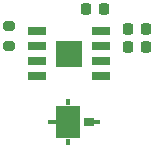
<source format=gtp>
%TF.GenerationSoftware,KiCad,Pcbnew,8.0.1*%
%TF.CreationDate,2024-09-25T11:56:53+02:00*%
%TF.ProjectId,dot_projector,646f745f-7072-46f6-9a65-63746f722e6b,rev?*%
%TF.SameCoordinates,Original*%
%TF.FileFunction,Paste,Top*%
%TF.FilePolarity,Positive*%
%FSLAX46Y46*%
G04 Gerber Fmt 4.6, Leading zero omitted, Abs format (unit mm)*
G04 Created by KiCad (PCBNEW 8.0.1) date 2024-09-25 11:56:53*
%MOMM*%
%LPD*%
G01*
G04 APERTURE LIST*
G04 Aperture macros list*
%AMRoundRect*
0 Rectangle with rounded corners*
0 $1 Rounding radius*
0 $2 $3 $4 $5 $6 $7 $8 $9 X,Y pos of 4 corners*
0 Add a 4 corners polygon primitive as box body*
4,1,4,$2,$3,$4,$5,$6,$7,$8,$9,$2,$3,0*
0 Add four circle primitives for the rounded corners*
1,1,$1+$1,$2,$3*
1,1,$1+$1,$4,$5*
1,1,$1+$1,$6,$7*
1,1,$1+$1,$8,$9*
0 Add four rect primitives between the rounded corners*
20,1,$1+$1,$2,$3,$4,$5,0*
20,1,$1+$1,$4,$5,$6,$7,0*
20,1,$1+$1,$6,$7,$8,$9,0*
20,1,$1+$1,$8,$9,$2,$3,0*%
G04 Aperture macros list end*
%ADD10R,0.750000X0.300000*%
%ADD11R,2.050000X2.800000*%
%ADD12R,0.350000X0.510000*%
%ADD13R,0.300000X0.500000*%
%ADD14R,0.950000X0.750000*%
%ADD15R,0.520000X0.310000*%
%ADD16RoundRect,0.200000X0.275000X-0.200000X0.275000X0.200000X-0.275000X0.200000X-0.275000X-0.200000X0*%
%ADD17RoundRect,0.225000X-0.225000X-0.250000X0.225000X-0.250000X0.225000X0.250000X-0.225000X0.250000X0*%
%ADD18R,1.500000X0.700000*%
%ADD19R,2.290000X2.290000*%
G04 APERTURE END LIST*
D10*
%TO.C,LD1*%
X132460000Y-68830000D03*
D11*
X133850000Y-68860000D03*
D12*
X133855000Y-67205000D03*
D13*
X133870000Y-70510000D03*
D14*
X135600000Y-68860000D03*
D15*
X136330000Y-68855000D03*
%TD*%
D16*
%TO.C,R1*%
X128880000Y-62415000D03*
X128880000Y-60765000D03*
%TD*%
D17*
%TO.C,C3*%
X135365000Y-59250000D03*
X136915000Y-59250000D03*
%TD*%
%TO.C,C2*%
X138915000Y-60960000D03*
X140465000Y-60960000D03*
%TD*%
D18*
%TO.C,IC1*%
X131240000Y-61185000D03*
X131240000Y-62455000D03*
X131240000Y-63725000D03*
X131240000Y-64995000D03*
X136640000Y-64995000D03*
X136640000Y-63725000D03*
X136640000Y-62455000D03*
X136640000Y-61185000D03*
D19*
X133940000Y-63090000D03*
%TD*%
D17*
%TO.C,C1*%
X138920000Y-62480000D03*
X140470000Y-62480000D03*
%TD*%
M02*

</source>
